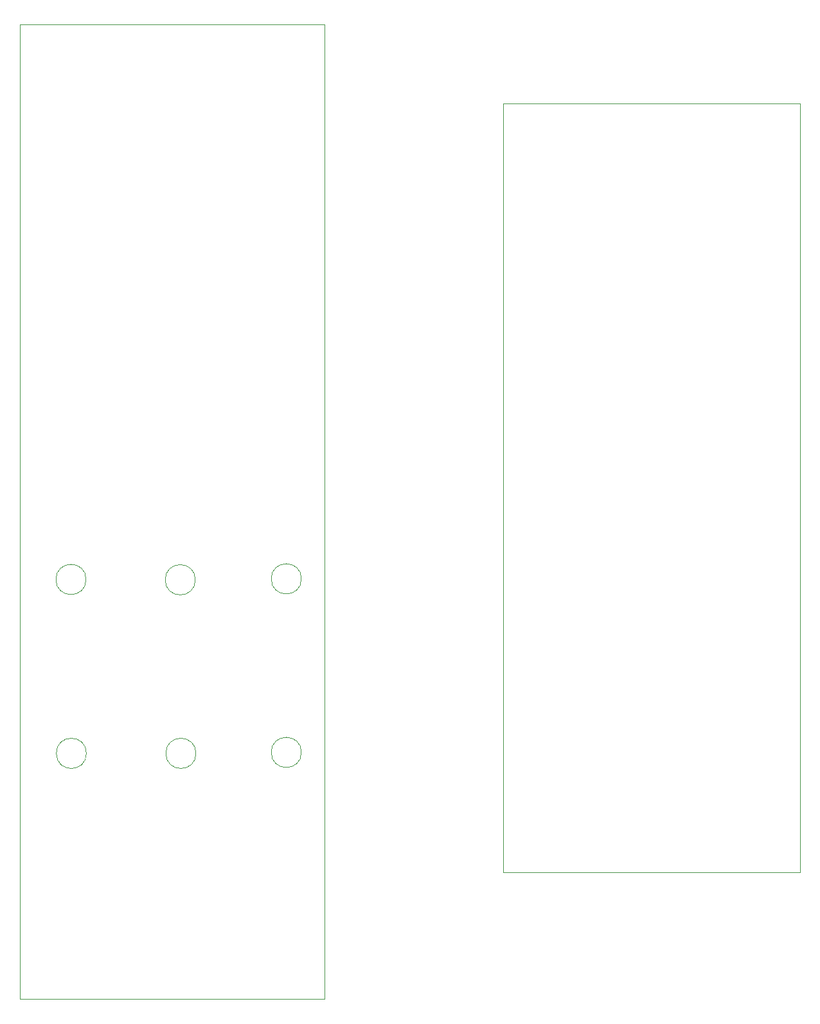
<source format=gbr>
%TF.GenerationSoftware,KiCad,Pcbnew,(6.0.0)*%
%TF.CreationDate,2022-10-15T21:00:10-04:00*%
%TF.ProjectId,bindec,62696e64-6563-42e6-9b69-6361645f7063,rev?*%
%TF.SameCoordinates,Original*%
%TF.FileFunction,Profile,NP*%
%FSLAX46Y46*%
G04 Gerber Fmt 4.6, Leading zero omitted, Abs format (unit mm)*
G04 Created by KiCad (PCBNEW (6.0.0)) date 2022-10-15 21:00:10*
%MOMM*%
%LPD*%
G01*
G04 APERTURE LIST*
%TA.AperFunction,Profile*%
%ADD10C,0.100000*%
%TD*%
G04 APERTURE END LIST*
D10*
X132230000Y-28537000D02*
X171387000Y-28537000D01*
X171387000Y-28537000D02*
X171387000Y-129859000D01*
X171387000Y-129859000D02*
X132230000Y-129859000D01*
X132230000Y-129859000D02*
X132230000Y-28537000D01*
X91776864Y-114173000D02*
G75*
G03*
X91776864Y-114173000I-1987864J0D01*
G01*
X105664000Y-91186000D02*
G75*
G03*
X105664000Y-91186000I-1987864J0D01*
G01*
X68580000Y-18161000D02*
X108712000Y-18161000D01*
X108712000Y-18161000D02*
X108712000Y-146558000D01*
X108712000Y-146558000D02*
X68580000Y-146558000D01*
X68580000Y-146558000D02*
X68580000Y-18161000D01*
X77298864Y-91268864D02*
G75*
G03*
X77298864Y-91268864I-1987864J0D01*
G01*
X91694000Y-91313000D02*
G75*
G03*
X91694000Y-91313000I-1987864J0D01*
G01*
X105664000Y-114046000D02*
G75*
G03*
X105664000Y-114046000I-1987864J0D01*
G01*
X77343000Y-114173000D02*
G75*
G03*
X77343000Y-114173000I-1987864J0D01*
G01*
M02*

</source>
